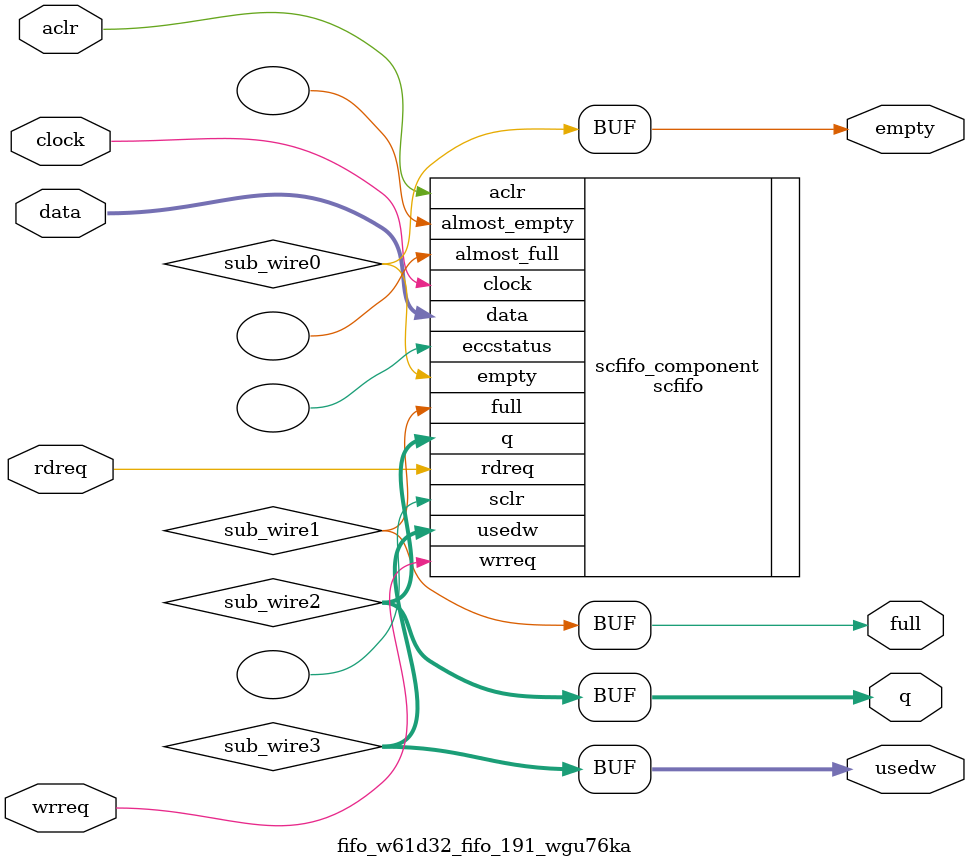
<source format=v>

`timescale 1 ps / 1 ps
module  fifo_w61d32_fifo_191_wgu76ka  (
    aclr,
    clock,
    data,
    rdreq,
    wrreq,
    empty,
    full,
    q,
    usedw);

    input    aclr;
    input    clock;
    input  [60:0]  data;
    input    rdreq;
    input    wrreq;
    output   empty;
    output   full;
    output [60:0]  q;
    output [4:0]  usedw;

    wire  sub_wire0;
    wire  sub_wire1;
    wire [60:0] sub_wire2;
    wire [4:0] sub_wire3;
    wire  empty = sub_wire0;
    wire  full = sub_wire1;
    wire [60:0] q = sub_wire2[60:0];
    wire [4:0] usedw = sub_wire3[4:0];

    scfifo  scfifo_component (
                .aclr (aclr),
                .clock (clock),
                .data (data),
                .rdreq (rdreq),
                .wrreq (wrreq),
                .empty (sub_wire0),
                .full (sub_wire1),
                .q (sub_wire2),
                .usedw (sub_wire3),
                .almost_empty (),
                .almost_full (),
                .eccstatus (),
                .sclr ());
    defparam
        scfifo_component.add_ram_output_register  = "OFF",
        scfifo_component.enable_ecc  = "FALSE",
        scfifo_component.intended_device_family  = "Arria 10",
        scfifo_component.lpm_numwords  = 32,
        scfifo_component.lpm_showahead  = "ON",
        scfifo_component.lpm_type  = "scfifo",
        scfifo_component.lpm_width  = 61,
        scfifo_component.lpm_widthu  = 5,
        scfifo_component.overflow_checking  = "ON",
        scfifo_component.underflow_checking  = "ON",
        scfifo_component.use_eab  = "ON";


endmodule



</source>
